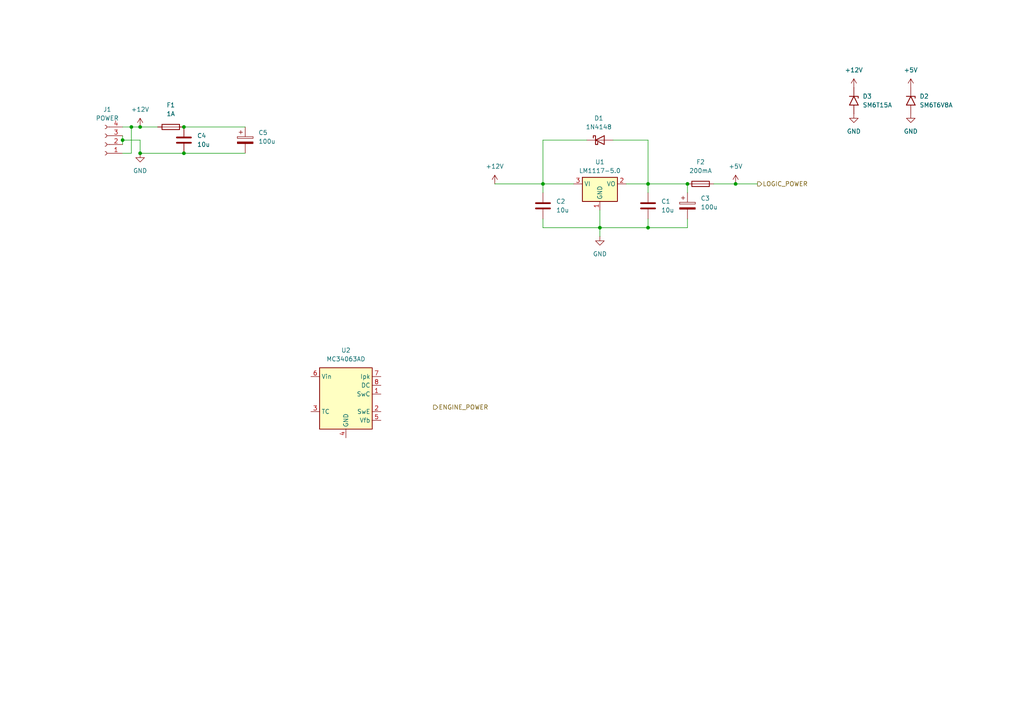
<source format=kicad_sch>
(kicad_sch (version 20231120) (generator "eeschema") (generator_version "8.0")
  (paper "A4")
  (lib_symbols
    (symbol "Connector:Conn_01x04_Socket" (pin_names (offset 1.016) hide)
      (property "Reference" "J" (at 0 5.08 0))
      (property "Value" "Conn_01x04_Socket" (at 0 -7.62 0))
      (symbol "Conn_01x04_Socket_1_1"
        (arc (start 0 -4.572) (mid -0.5058 -5.08) (end 0 -5.588) (stroke (width 0.1524)))
        (arc (start 0 -2.032) (mid -0.5058 -2.54) (end 0 -3.048) (stroke (width 0.1524)))
        (polyline (pts (xy -1.27 -5.08) (xy -0.508 -5.08)) (stroke (width 0.1524)))
        (polyline (pts (xy -1.27 -2.54) (xy -0.508 -2.54)) (stroke (width 0.1524)))
        (polyline (pts (xy -1.27 0) (xy -0.508 0)) (stroke (width 0.1524)))
        (polyline (pts (xy -1.27 2.54) (xy -0.508 2.54)) (stroke (width 0.1524)))
        (arc (start 0 0.508) (mid -0.5058 0) (end 0 -0.508) (stroke (width 0.1524)))
        (arc (start 0 3.048) (mid -0.5058 2.54) (end 0 2.032) (stroke (width 0.1524)))
        (pin passive line (at -5.08 2.54 0) (length 3.81) (name "Pin_1") (number "1"))
        (pin passive line (at -5.08 0 0) (length 3.81) (name "Pin_2") (number "2"))
        (pin passive line (at -5.08 -2.54 0) (length 3.81) (name "Pin_3") (number "3"))
        (pin passive line (at -5.08 -5.08 0) (length 3.81) (name "Pin_4") (number "4"))
      )
    )
    (symbol "Device:C" (pin_numbers hide) (pin_names (offset 0.254))
      (property "Reference" "C" (at 0.635 2.54 0))
      (property "Value" "C" (at 0.635 -2.54 0))
      (symbol "C_0_1"
        (polyline (pts (xy -2.032 -0.762) (xy 2.032 -0.762)) (stroke (width 0.508)))
        (polyline (pts (xy -2.032 0.762) (xy 2.032 0.762)) (stroke (width 0.508)))
      )
      (symbol "C_1_1"
        (pin passive line (at 0 3.81 270) (length 2.794) (name "~") (number "1"))
        (pin passive line (at 0 -3.81 90) (length 2.794) (name "~") (number "2"))
      )
    )
    (symbol "Device:C_Polarized" (pin_numbers hide) (pin_names (offset 0.254))
      (property "Reference" "C" (at 0.635 2.54 0))
      (property "Value" "C_Polarized" (at 0.635 -2.54 0))
      (symbol "C_Polarized_0_1"
        (rectangle (start -2.286 0.508) (end 2.286 1.016))
        (polyline (pts (xy -1.778 2.286) (xy -0.762 2.286)))
        (polyline (pts (xy -1.27 2.794) (xy -1.27 1.778)))
        (rectangle (start 2.286 -0.508) (end -2.286 -1.016) (fill (type outline)))
      )
      (symbol "C_Polarized_1_1"
        (pin passive line (at 0 3.81 270) (length 2.794) (name "~") (number "1"))
        (pin passive line (at 0 -3.81 90) (length 2.794) (name "~") (number "2"))
      )
    )
    (symbol "Device:D_Schottky" (pin_numbers hide) (pin_names (offset 1.016) hide)
      (property "Reference" "D" (at 0 2.54 0))
      (property "Value" "D_Schottky" (at 0 -2.54 0))
      (symbol "D_Schottky_0_1"
        (polyline (pts (xy 1.27 0) (xy -1.27 0)))
        (polyline (pts (xy 1.27 1.27) (xy 1.27 -1.27) (xy -1.27 0) (xy 1.27 1.27)) (stroke (width 0.254)))
        (polyline (pts (xy -1.905 0.635) (xy -1.905 1.27) (xy -1.27 1.27) (xy -1.27 -1.27) (xy -0.635 -1.27) (xy -0.635 -0.635)) (stroke (width 0.254)))
      )
      (symbol "D_Schottky_1_1"
        (pin passive line (at -3.81 0 0) (length 2.54) (name "K") (number "1"))
        (pin passive line (at 3.81 0 180) (length 2.54) (name "A") (number "2"))
      )
    )
    (symbol "Device:Fuse" (pin_numbers hide) (pin_names (offset 0))
      (property "Reference" "F" (at 2.032 0 90))
      (property "Value" "Fuse" (at -1.905 0 90))
      (symbol "Fuse_0_1"
        (rectangle (start -0.762 -2.54) (end 0.762 2.54) (stroke (width 0.254)))
        (polyline (pts (xy 0 2.54) (xy 0 -2.54)))
      )
      (symbol "Fuse_1_1"
        (pin passive line (at 0 3.81 270) (length 1.27) (name "~") (number "1"))
        (pin passive line (at 0 -3.81 90) (length 1.27) (name "~") (number "2"))
      )
    )
    (symbol "Diode:SM6T15A" (pin_numbers hide) (pin_names (offset 1.016) hide)
      (property "Reference" "D" (at 0 2.54 0))
      (property "Value" "SM6T15A" (at 0 -2.54 0))
      (symbol "SM6T15A_0_1"
        (polyline (pts (xy -0.762 1.27) (xy -1.27 1.27) (xy -1.27 -1.27)) (stroke (width 0.254)))
        (polyline (pts (xy 1.27 1.27) (xy 1.27 -1.27) (xy -1.27 0) (xy 1.27 1.27)) (stroke (width 0.254)))
      )
      (symbol "SM6T15A_1_1"
        (pin passive line (at -3.81 0 0) (length 2.54) (name "A1") (number "1"))
        (pin passive line (at 3.81 0 180) (length 2.54) (name "A2") (number "2"))
      )
    )
    (symbol "Diode:SM6T6V8A" (pin_numbers hide) (pin_names (offset 1.016) hide)
      (property "Reference" "D" (at 0 2.54 0))
      (property "Value" "SM6T6V8A" (at 0 -2.54 0))
      (symbol "SM6T6V8A_0_1"
        (polyline (pts (xy -0.762 1.27) (xy -1.27 1.27) (xy -1.27 -1.27)) (stroke (width 0.254)))
        (polyline (pts (xy 1.27 1.27) (xy 1.27 -1.27) (xy -1.27 0) (xy 1.27 1.27)) (stroke (width 0.254)))
      )
      (symbol "SM6T6V8A_1_1"
        (pin passive line (at -3.81 0 0) (length 2.54) (name "A1") (number "1"))
        (pin passive line (at 3.81 0 180) (length 2.54) (name "A2") (number "2"))
      )
    )
    (symbol "Regulator_Linear:LM1117MP-5.0"
      (property "Reference" "U" (at -3.81 3.175 0))
      (property "Value" "LM1117MP-5.0" (at 0 3.175 0))
      (symbol "LM1117MP-5.0_0_1"
        (rectangle (start -5.08 -5.08) (end 5.08 1.905) (stroke (width 0.254)) (fill (type background)))
      )
      (symbol "LM1117MP-5.0_1_1"
        (pin power_in line (at 0 -7.62 90) (length 2.54) (name "GND") (number "1"))
        (pin power_out line (at 7.62 0 180) (length 2.54) (name "VO") (number "2"))
        (pin power_in line (at -7.62 0 0) (length 2.54) (name "VI") (number "3"))
      )
    )
    (symbol "Regulator_Switching:MC34063AD"
      (property "Reference" "U" (at -7.62 8.89 0))
      (property "Value" "MC34063AD" (at 0 8.89 0))
      (symbol "MC34063AD_0_1"
        (rectangle (start -7.62 7.62) (end 7.62 -10.16) (stroke (width 0.254)) (fill (type background)))
      )
      (symbol "MC34063AD_1_1"
        (pin open_collector line (at 10.16 0 180) (length 2.54) (name "SwC") (number "1"))
        (pin open_emitter line (at 10.16 -5.08 180) (length 2.54) (name "SwE") (number "2"))
        (pin passive line (at -10.16 -5.08 0) (length 2.54) (name "TC") (number "3"))
        (pin power_in line (at 0 -12.7 90) (length 2.54) (name "GND") (number "4"))
        (pin input line (at 10.16 -7.62 180) (length 2.54) (name "Vfb") (number "5"))
        (pin power_in line (at -10.16 5.08 0) (length 2.54) (name "Vin") (number "6"))
        (pin input line (at 10.16 5.08 180) (length 2.54) (name "Ipk") (number "7"))
        (pin open_collector line (at 10.16 2.54 180) (length 2.54) (name "DC") (number "8"))
      )
    )
    (symbol "power:+12V" (power) (pin_numbers hide) (pin_names (offset 0) hide)
      (property "Value" "+12V" (at 0 3.556 0))
      (symbol "+12V_0_1"
        (polyline (pts (xy -0.762 1.27) (xy 0 2.54)))
        (polyline (pts (xy 0 0) (xy 0 2.54)))
        (polyline (pts (xy 0 2.54) (xy 0.762 1.27)))
      )
      (symbol "+12V_1_1"
        (pin power_in line (at 0 0 90) (length 0) (name "~") (number "1"))
      )
    )
    (symbol "power:+5V" (power) (pin_numbers hide) (pin_names (offset 0) hide)
      (property "Value" "+5V" (at 0 3.556 0))
      (symbol "+5V_0_1"
        (polyline (pts (xy -0.762 1.27) (xy 0 2.54)))
        (polyline (pts (xy 0 0) (xy 0 2.54)))
        (polyline (pts (xy 0 2.54) (xy 0.762 1.27)))
      )
      (symbol "+5V_1_1"
        (pin power_in line (at 0 0 90) (length 0) (name "~") (number "1"))
      )
    )
    (symbol "power:GND" (power) (pin_numbers hide) (pin_names (offset 0) hide)
      (property "Value" "GND" (at 0 -3.81 0))
      (symbol "GND_0_1"
        (polyline (pts (xy 0 0) (xy 0 -1.27) (xy 1.27 -1.27) (xy 0 -2.54) (xy -1.27 -1.27) (xy 0 -1.27)))
      )
      (symbol "GND_1_1"
        (pin power_in line (at 0 0 270) (length 0) (name "~") (number "1"))
      )
    )
  )
  (junction (at 213.36 53.34))
  (junction (at 35.56 40.64))
  (junction (at 40.64 36.83))
  (junction (at 187.96 66.04))
  (junction (at 187.96 53.34))
  (junction (at 199.39 53.34))
  (junction (at 157.48 53.34))
  (junction (at 38.1 36.83))
  (junction (at 173.99 66.04))
  (junction (at 53.34 44.45))
  (junction (at 40.64 44.45))
  (junction (at 53.34 36.83))
  (wire (pts (xy 157.48 66.04) (xy 173.99 66.04)))
  (wire (pts (xy 177.8 40.64) (xy 187.96 40.64)))
  (wire (pts (xy 35.56 39.37) (xy 35.56 40.64)))
  (wire (pts (xy 157.48 63.5) (xy 157.48 66.04)))
  (wire (pts (xy 38.1 36.83) (xy 38.1 44.45)))
  (wire (pts (xy 187.96 40.64) (xy 187.96 53.34)))
  (wire (pts (xy 181.61 53.34) (xy 187.96 53.34)))
  (wire (pts (xy 157.48 40.64) (xy 157.48 53.34)))
  (wire (pts (xy 40.64 40.64) (xy 40.64 44.45)))
  (wire (pts (xy 40.64 36.83) (xy 45.72 36.83)))
  (wire (pts (xy 53.34 36.83) (xy 71.12 36.83)))
  (wire (pts (xy 35.56 44.45) (xy 38.1 44.45)))
  (wire (pts (xy 199.39 63.5) (xy 199.39 66.04)))
  (wire (pts (xy 173.99 66.04) (xy 173.99 60.96)))
  (wire (pts (xy 35.56 36.83) (xy 38.1 36.83)))
  (wire (pts (xy 199.39 66.04) (xy 187.96 66.04)))
  (wire (pts (xy 157.48 55.88) (xy 157.48 53.34)))
  (wire (pts (xy 173.99 68.58) (xy 173.99 66.04)))
  (wire (pts (xy 35.56 40.64) (xy 40.64 40.64)))
  (wire (pts (xy 71.12 44.45) (xy 53.34 44.45)))
  (wire (pts (xy 187.96 66.04) (xy 173.99 66.04)))
  (wire (pts (xy 53.34 44.45) (xy 40.64 44.45)))
  (wire (pts (xy 187.96 63.5) (xy 187.96 66.04)))
  (wire (pts (xy 35.56 40.64) (xy 35.56 41.91)))
  (wire (pts (xy 207.01 53.34) (xy 213.36 53.34)))
  (wire (pts (xy 143.51 53.34) (xy 157.48 53.34)))
  (wire (pts (xy 187.96 53.34) (xy 187.96 55.88)))
  (wire (pts (xy 199.39 55.88) (xy 199.39 53.34)))
  (wire (pts (xy 170.18 40.64) (xy 157.48 40.64)))
  (wire (pts (xy 219.71 53.34) (xy 213.36 53.34)))
  (wire (pts (xy 157.48 53.34) (xy 166.37 53.34)))
  (wire (pts (xy 187.96 53.34) (xy 199.39 53.34)))
  (wire (pts (xy 38.1 36.83) (xy 40.64 36.83)))
  (hierarchical_label "LOGIC_POWER" (shape output) (at 219.71 53.34 0))
  (hierarchical_label "ENGINE_POWER" (shape output) (at 125.73 118.11 0))
  (symbol (lib_id "power:GND") (at 40.64 44.45 0) (unit 1)
    (property "Reference" "#PWR05" (effects (hide yes)))
    (property "Value" "GND" (at 40.64 49.53 0))
    (property "Description" "Power symbol creates a global label with name \"GND\" , ground" (effects (hide yes)))
  )
  (symbol (lib_id "Diode:SM6T6V8A") (at 264.16 29.21 270) (unit 1)
    (property "Reference" "D2" (at 266.7 27.9399 90) (effects (justify left)))
    (property "Value" "SM6T6V8A" (at 266.7 30.4799 90) (effects (justify left)))
    (property "Footprint" "Diode_SMD:D_SMB" (effects (hide yes)))
    (property "Datasheet" "https://www.st.com/resource/en/datasheet/sm6t.pdf" (effects (hide yes)))
    (property "Description" "600W unidirectional Transil Transient Voltage Suppressor, 6.8Vrwm, DO-214AA" (effects (hide yes)))
  )
  (symbol (lib_id "Device:Fuse") (at 203.2 53.34 90) (unit 1)
    (property "Reference" "F2" (at 203.2 46.99 90))
    (property "Value" "200mA" (at 203.2 49.53 90))
    (property "Description" "Fuse" (effects (hide yes)))
  )
  (symbol (lib_id "Regulator_Switching:MC34063AD") (at 100.33 114.3 0) (unit 1)
    (property "Reference" "U2" (at 100.33 101.6 0))
    (property "Value" "MC34063AD" (at 100.33 104.14 0))
    (property "Footprint" "Package_SO:SOIC-8_3.9x4.9mm_P1.27mm" (effects (hide yes)))
    (property "Datasheet" "http://www.onsemi.com/pub_link/Collateral/MC34063A-D.PDF" (effects (hide yes)))
    (property "Description" "1.5A, step-up/down/inverting switching regulator, 3-40V Vin, 100kHz, SO-8" (effects (hide yes)))
  )
  (symbol (lib_id "power:GND") (at 247.65 33.02 0) (unit 1)
    (property "Reference" "#PWR06" (effects (hide yes)))
    (property "Value" "GND" (at 247.65 38.1 0))
    (property "Description" "Power symbol creates a global label with name \"GND\" , ground" (effects (hide yes)))
  )
  (symbol (lib_id "Device:D_Schottky") (at 173.99 40.64 0) (unit 1)
    (property "Reference" "D1" (at 173.6725 34.29 0))
    (property "Value" "1N4148" (at 173.6725 36.83 0))
    (property "Footprint" "Diode_SMD:D_1206_3216Metric_Pad1.42x1.75mm_HandSolder" (effects (hide yes)))
    (property "Description" "Schottky diode" (effects (hide yes)))
  )
  (symbol (lib_id "power:+12V") (at 143.51 53.34 0) (unit 1)
    (property "Reference" "#PWR03" (effects (hide yes)))
    (property "Value" "+12V" (at 143.51 48.26 0))
    (property "Description" "Power symbol creates a global label with name \"+12V\"" (effects (hide yes)))
  )
  (symbol (lib_id "Device:C_Polarized") (at 71.12 40.64 0) (unit 1)
    (property "Reference" "C5" (at 74.93 38.4809 0) (effects (justify left)))
    (property "Value" "100u" (at 74.93 41.0209 0) (effects (justify left)))
    (property "Footprint" "Capacitor_SMD:CP_Elec_3x5.3" (effects (hide yes)))
    (property "Description" "Polarized capacitor" (effects (hide yes)))
  )
  (symbol (lib_id "power:+5V") (at 264.16 25.4 0) (unit 1)
    (property "Reference" "#PWR08" (effects (hide yes)))
    (property "Value" "+5V" (at 264.16 20.32 0))
    (property "Description" "Power symbol creates a global label with name \"+5V\"" (effects (hide yes)))
  )
  (symbol (lib_id "power:+12V") (at 40.64 36.83 0) (unit 1)
    (property "Reference" "#PWR04" (effects (hide yes)))
    (property "Value" "+12V" (at 40.64 31.75 0))
    (property "Description" "Power symbol creates a global label with name \"+12V\"" (effects (hide yes)))
  )
  (symbol (lib_id "power:GND") (at 264.16 33.02 0) (unit 1)
    (property "Reference" "#PWR07" (effects (hide yes)))
    (property "Value" "GND" (at 264.16 38.1 0))
    (property "Description" "Power symbol creates a global label with name \"GND\" , ground" (effects (hide yes)))
  )
  (symbol (lib_id "power:+5V") (at 213.36 53.34 0) (unit 1)
    (property "Reference" "#PWR02" (effects (hide yes)))
    (property "Value" "+5V" (at 213.36 48.26 0))
    (property "Description" "Power symbol creates a global label with name \"+5V\"" (effects (hide yes)))
  )
  (symbol (lib_id "Device:Fuse") (at 49.53 36.83 90) (unit 1)
    (property "Reference" "F1" (at 49.53 30.48 90))
    (property "Value" "1A" (at 49.53 33.02 90))
    (property "Footprint" "Fuse:Fuse_2920_7451Metric_Pad2.10x5.45mm_HandSolder" (effects (hide yes)))
    (property "Description" "Fuse" (effects (hide yes)))
  )
  (symbol (lib_id "Device:C_Polarized") (at 199.39 59.69 0) (unit 1)
    (property "Reference" "C3" (at 203.2 57.5309 0) (effects (justify left)))
    (property "Value" "100u" (at 203.2 60.0709 0) (effects (justify left)))
    (property "Footprint" "Capacitor_SMD:CP_Elec_3x5.3" (effects (hide yes)))
    (property "Description" "Polarized capacitor" (effects (hide yes)))
  )
  (symbol (lib_id "Device:C") (at 157.48 59.69 0) (unit 1)
    (property "Reference" "C2" (at 161.29 58.4199 0) (effects (justify left)))
    (property "Value" "10u" (at 161.29 60.9599 0) (effects (justify left)))
    (property "Footprint" "Capacitor_SMD:C_0805_2012Metric_Pad1.18x1.45mm_HandSolder" (effects (hide yes)))
    (property "Description" "Unpolarized capacitor" (effects (hide yes)))
  )
  (symbol (lib_id "Diode:SM6T15A") (at 247.65 29.21 270) (unit 1)
    (property "Reference" "D3" (at 250.19 27.9399 90) (effects (justify left)))
    (property "Value" "SM6T15A" (at 250.19 30.4799 90) (effects (justify left)))
    (property "Footprint" "Diode_SMD:D_SMB" (effects (hide yes)))
    (property "Datasheet" "https://www.st.com/resource/en/datasheet/sm6t.pdf" (effects (hide yes)))
    (property "Description" "600W unidirectional Transil Transient Voltage Suppressor, 15Vrwm, DO-214AA" (effects (hide yes)))
  )
  (symbol (lib_id "power:+12V") (at 247.65 25.4 0) (unit 1)
    (property "Reference" "#PWR09" (effects (hide yes)))
    (property "Value" "+12V" (at 247.65 20.32 0))
    (property "Description" "Power symbol creates a global label with name \"+12V\"" (effects (hide yes)))
  )
  (symbol (lib_id "power:GND") (at 173.99 68.58 0) (unit 1)
    (property "Reference" "#PWR01" (effects (hide yes)))
    (property "Value" "GND" (at 173.99 73.66 0))
    (property "Description" "Power symbol creates a global label with name \"GND\" , ground" (effects (hide yes)))
  )
  (symbol (lib_id "Connector:Conn_01x04_Socket") (at 30.48 41.91 180) (unit 1)
    (property "Reference" "J1" (at 31.115 31.75 0))
    (property "Value" "POWER" (at 31.115 34.29 0))
    (property "Footprint" "Connector_PinHeader_2.54mm:PinHeader_1x04_P2.54mm_Vertical" (effects (hide yes)))
    (property "Description" "Generic connector, single row, 01x04, script generated" (effects (hide yes)))
  )
  (symbol (lib_id "Device:C") (at 53.34 40.64 0) (unit 1)
    (property "Reference" "C4" (at 57.15 39.3699 0) (effects (justify left)))
    (property "Value" "10u" (at 57.15 41.9099 0) (effects (justify left)))
    (property "Footprint" "Capacitor_SMD:C_0805_2012Metric_Pad1.18x1.45mm_HandSolder" (effects (hide yes)))
    (property "Description" "Unpolarized capacitor" (effects (hide yes)))
  )
  (symbol (lib_id "Regulator_Linear:LM1117MP-5.0") (at 173.99 53.34 0) (unit 1)
    (property "Reference" "U1" (at 173.99 46.99 0))
    (property "Value" "LM1117-5.0" (at 173.99 49.53 0))
    (property "Footprint" "Package_TO_SOT_SMD:SOT-223-3_TabPin2" (effects (hide yes)))
    (property "Datasheet" "http://www.ti.com/lit/ds/symlink/lm1117.pdf" (effects (hide yes)))
    (property "Description" "800mA Low-Dropout Linear Regulator, 5.0V fixed output, SOT-223" (effects (hide yes)))
  )
  (symbol (lib_id "Device:C") (at 187.96 59.69 0) (unit 1)
    (property "Reference" "C1" (at 191.77 58.4199 0) (effects (justify left)))
    (property "Value" "10u" (at 191.77 60.9599 0) (effects (justify left)))
    (property "Footprint" "Capacitor_SMD:C_0805_2012Metric_Pad1.18x1.45mm_HandSolder" (effects (hide yes)))
    (property "Description" "Unpolarized capacitor" (effects (hide yes)))
  )
)
</source>
